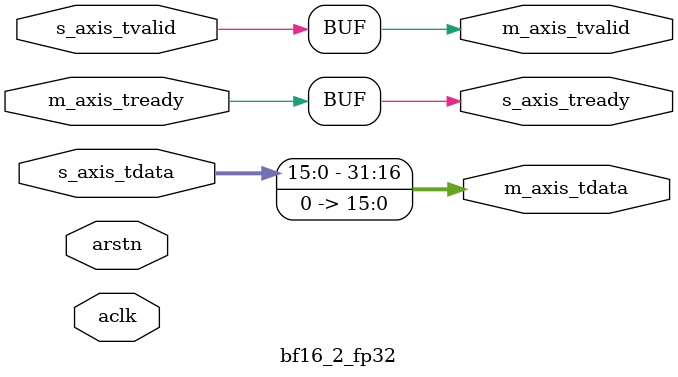
<source format=v>


module bf16_2_fp32(
    input aclk,
    input arstn,

    input [15:0] s_axis_tdata,
    input s_axis_tvalid,
    output s_axis_tready,

    output [31:0] m_axis_tdata,
    output m_axis_tvalid,
    input m_axis_tready
    );

    assign m_axis_tdata = {s_axis_tdata, 16'b0};
    assign m_axis_tvalid = s_axis_tvalid;
    assign s_axis_tready = m_axis_tready;
endmodule

</source>
